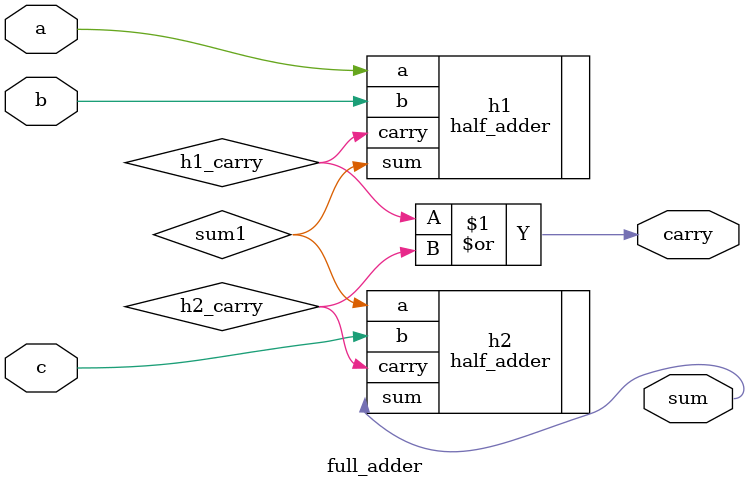
<source format=sv>
`ifndef half_adder
  `include "half_adder.sv"
`endif
`define full_adder 1

module full_adder(
    input  a,
    input  b,
    input  c,
    output carry,
    output sum
);

   wire    h1_carry, h2_carry;
   wire    sum1;
         
   half_adder h1(.a(a), .b(b), .carry(h1_carry), .sum(sum1));
   half_adder h2(.a(sum1), .b(c), .carry(h2_carry), .sum(sum));

   assign carry = h1_carry | h2_carry;

endmodule


// c a b   s c
// 0 0 0   0 0
// 0 0 1   1 0
// 0 1 0   1 0
// 0 1 1   0 1
// 1 0 0   1 0
// 1 0 1   0 1
// 1 1 0   0 1
// 1 1 1   1 1

</source>
